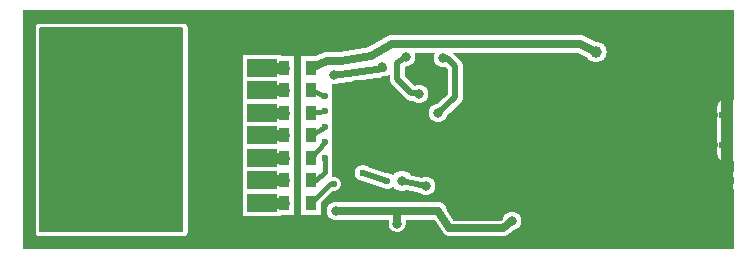
<source format=gbr>
%FSLAX34Y34*%
%MOMM*%
%LNCOPPER_BOTTOM*%
G71*
G01*
%ADD10R,3.300X2.300*%
%ADD11C,1.600*%
%ADD12C,1.300*%
%ADD13C,1.400*%
%ADD14C,1.400*%
%ADD15C,1.800*%
%ADD16C,1.500*%
%ADD17C,1.400*%
%ADD18R,1.700X2.000*%
%ADD19C,1.200*%
%ADD20C,1.700*%
%ADD21C,0.500*%
%ADD22C,0.950*%
%ADD23C,0.100*%
%ADD24C,1.800*%
%ADD25R,2.500X1.500*%
%ADD26C,0.600*%
%ADD27C,0.800*%
%ADD28C,0.600*%
%ADD29C,1.000*%
%ADD30C,0.700*%
%ADD31R,0.900X1.200*%
%ADD32R,0.600X2.200*%
%ADD33C,0.400*%
%ADD34C,0.900*%
%ADD35C,1.000*%
%ADD36C,0.150*%
%LPD*%
G36*
X0Y1000000D02*
X602000Y1000000D01*
X602000Y798000D01*
X0Y798000D01*
X0Y1000000D01*
G37*
%LPC*%
X202612Y837200D02*
G54D10*
D03*
X202612Y856250D02*
G54D10*
D03*
X202612Y875300D02*
G54D10*
D03*
X202612Y894350D02*
G54D10*
D03*
X202612Y913400D02*
G54D10*
D03*
X202612Y951500D02*
G54D10*
D03*
X202612Y932450D02*
G54D10*
D03*
X351936Y913151D02*
G54D11*
D03*
G54D12*
X352000Y913000D02*
X366000Y927000D01*
X366000Y953000D01*
X359025Y959975D01*
X355595Y959975D01*
X335336Y929251D02*
G54D11*
D03*
G54D12*
X335936Y929151D02*
X328849Y930151D01*
X317000Y942000D01*
X317000Y955183D01*
X322589Y960030D01*
X324478Y960004D01*
X324507Y959975D01*
X308807Y855475D02*
G54D13*
D03*
X287807Y862475D02*
G54D13*
D03*
G54D12*
X287807Y862475D02*
X308807Y855475D01*
G54D14*
X263007Y945675D02*
X305007Y951675D01*
G54D12*
X320907Y855275D02*
X341707Y851775D01*
X485584Y964427D02*
G54D15*
D03*
G54D16*
X485584Y964427D02*
X472073Y971588D01*
X338238Y971588D01*
G54D16*
X338238Y971588D02*
X312588Y971588D01*
X295110Y961332D01*
X269548Y957342D01*
X257226Y957346D01*
X244256Y951658D01*
X324351Y960364D02*
G54D11*
D03*
X355953Y960148D02*
G54D11*
D03*
X263171Y945653D02*
G54D11*
D03*
X413936Y822151D02*
G54D11*
D03*
X316936Y819151D02*
G54D17*
D03*
X265111Y830151D02*
G54D11*
D03*
G54D16*
X265175Y830000D02*
X352000Y830000D01*
G54D12*
X352000Y830000D02*
X361000Y816000D01*
X407000Y816000D01*
X413936Y822151D01*
G54D12*
X316936Y819151D02*
X316900Y827300D01*
X221256Y837041D02*
G54D18*
D03*
X244256Y837041D02*
G54D18*
D03*
X221256Y856091D02*
G54D18*
D03*
X244256Y856091D02*
G54D18*
D03*
X221256Y875141D02*
G54D18*
D03*
X244256Y875141D02*
G54D18*
D03*
X221256Y894191D02*
G54D18*
D03*
X244256Y894191D02*
G54D18*
D03*
X221256Y913241D02*
G54D18*
D03*
X244256Y913241D02*
G54D18*
D03*
X221256Y932291D02*
G54D18*
D03*
X244256Y932291D02*
G54D18*
D03*
G54D19*
X244256Y837041D02*
X260535Y852916D01*
X263744Y852950D01*
G54D19*
X244256Y856091D02*
X248491Y856091D01*
X255807Y863407D01*
X255807Y875475D01*
G54D19*
X244256Y875141D02*
X255807Y888475D01*
G54D19*
X244256Y894191D02*
X255807Y901475D01*
G54D19*
X244256Y913241D02*
X255807Y914475D01*
G54D19*
X244256Y932291D02*
X255807Y927475D01*
G54D20*
X221256Y932291D02*
X202612Y932450D01*
G54D20*
X221256Y913241D02*
X202612Y913400D01*
G54D20*
X221256Y894191D02*
X202612Y894350D01*
G54D20*
X221256Y875141D02*
X202612Y875300D01*
G54D20*
X202612Y856250D02*
X221256Y856091D01*
G54D20*
X221256Y837041D02*
X202612Y837200D01*
X221256Y951658D02*
G54D18*
D03*
X244256Y951658D02*
G54D18*
D03*
G54D20*
X221256Y951658D02*
X202612Y951500D01*
X214131Y951402D02*
G54D11*
D03*
G36*
X302000Y948000D02*
X321000Y948000D01*
X321000Y965000D01*
X299000Y965000D01*
X299000Y955000D01*
X302000Y948000D01*
G37*
G54D21*
X302000Y948000D02*
X321000Y948000D01*
X321000Y965000D01*
X299000Y965000D01*
X299000Y955000D01*
X302000Y948000D01*
G36*
X259000Y857000D02*
X259000Y950000D01*
X244256Y950000D01*
X244256Y951658D01*
X249000Y951658D01*
X249000Y850000D01*
X259000Y857000D01*
G37*
G54D21*
X259000Y857000D02*
X259000Y950000D01*
X244256Y950000D01*
X244256Y951658D01*
X249000Y951658D01*
X249000Y850000D01*
X259000Y857000D01*
X320907Y855275D02*
G54D15*
D03*
X341707Y851775D02*
G54D11*
D03*
G36*
X15000Y813000D02*
X15000Y985000D01*
X135000Y985000D01*
X135000Y813000D01*
X15000Y813000D01*
G37*
G54D22*
X15000Y813000D02*
X15000Y985000D01*
X135000Y985000D01*
X135000Y813000D01*
X15000Y813000D01*
G36*
X601000Y859000D02*
X601000Y859000D01*
X601000Y854000D01*
X601000Y854000D01*
X601000Y859000D01*
G37*
G54D22*
X601000Y859000D02*
X601000Y859000D01*
X601000Y854000D01*
X601000Y854000D01*
X601000Y859000D01*
G36*
X323461Y818905D02*
X310441Y818905D01*
X310441Y824835D01*
X323461Y824835D01*
X323461Y818905D01*
G37*
G54D23*
X323461Y818905D02*
X310441Y818905D01*
X310441Y824835D01*
X323461Y824835D01*
X323461Y818905D01*
G54D24*
X596006Y917651D02*
X596006Y880221D01*
X595964Y880221D01*
%LPD*%
X202612Y837200D02*
G54D25*
D03*
X202612Y856250D02*
G54D25*
D03*
X202612Y875300D02*
G54D25*
D03*
X202612Y894350D02*
G54D25*
D03*
X202612Y913400D02*
G54D25*
D03*
X202612Y951500D02*
G54D25*
D03*
X202612Y970550D02*
G54D25*
D03*
X202612Y932450D02*
G54D25*
D03*
X313419Y894995D02*
G54D26*
D03*
X319419Y894995D02*
G54D26*
D03*
X325419Y894995D02*
G54D26*
D03*
X331419Y894995D02*
G54D26*
D03*
X313419Y888995D02*
G54D26*
D03*
X319419Y888995D02*
G54D26*
D03*
X325419Y888995D02*
G54D26*
D03*
X331419Y888995D02*
G54D26*
D03*
X313419Y882995D02*
G54D26*
D03*
X319419Y882995D02*
G54D26*
D03*
X325419Y882995D02*
G54D26*
D03*
X331419Y882995D02*
G54D26*
D03*
X313419Y876995D02*
G54D26*
D03*
X319419Y876995D02*
G54D26*
D03*
X325419Y876995D02*
G54D26*
D03*
X331419Y876995D02*
G54D26*
D03*
X326807Y948475D02*
G54D26*
D03*
X332807Y948475D02*
G54D26*
D03*
X338807Y948475D02*
G54D26*
D03*
X344807Y948475D02*
G54D26*
D03*
X350807Y948475D02*
G54D26*
D03*
X356807Y948475D02*
G54D26*
D03*
X351936Y913151D02*
G54D27*
D03*
G54D21*
X352000Y913000D02*
X366000Y927000D01*
X366000Y953000D01*
X359025Y959975D01*
X355595Y959975D01*
X335336Y929251D02*
G54D27*
D03*
G54D21*
X335936Y929151D02*
X328849Y930151D01*
X317000Y942000D01*
X317000Y955183D01*
X322589Y960030D01*
X324478Y960004D01*
X324507Y959975D01*
X372463Y960753D02*
G54D26*
D03*
X308807Y855475D02*
G54D26*
D03*
X287807Y862475D02*
G54D26*
D03*
G54D21*
X287807Y862475D02*
X308807Y855475D01*
X263744Y852950D02*
G54D26*
D03*
X255807Y875475D02*
G54D26*
D03*
X255807Y888475D02*
G54D26*
D03*
X255807Y901475D02*
G54D26*
D03*
X255807Y914475D02*
G54D26*
D03*
X255807Y927475D02*
G54D26*
D03*
X351807Y881475D02*
G54D26*
D03*
X351807Y875475D02*
G54D26*
D03*
G54D28*
X263007Y945675D02*
X305007Y951675D01*
X288807Y819475D02*
G54D26*
D03*
X294807Y819475D02*
G54D26*
D03*
X300807Y819475D02*
G54D26*
D03*
X306807Y819475D02*
G54D26*
D03*
X333406Y819464D02*
G54D26*
D03*
X327406Y819464D02*
G54D26*
D03*
G54D21*
X320907Y855275D02*
X341707Y851775D01*
X370407Y825475D02*
G54D26*
D03*
X376407Y825475D02*
G54D26*
D03*
X382407Y825475D02*
G54D26*
D03*
X388407Y825475D02*
G54D26*
D03*
X347507Y815975D02*
G54D26*
D03*
X282722Y938358D02*
G54D26*
D03*
X263807Y989475D02*
G54D26*
D03*
X263807Y995475D02*
G54D26*
D03*
X289107Y995475D02*
G54D26*
D03*
X289107Y971475D02*
G54D26*
D03*
X292807Y926475D02*
G54D26*
D03*
X297807Y921475D02*
G54D26*
D03*
X302807Y916475D02*
G54D26*
D03*
X494507Y834975D02*
G54D26*
D03*
X508507Y851175D02*
G54D26*
D03*
X508507Y837975D02*
G54D26*
D03*
X508507Y844775D02*
G54D26*
D03*
X448027Y886044D02*
G54D26*
D03*
X442027Y886044D02*
G54D26*
D03*
X436027Y886044D02*
G54D26*
D03*
X430027Y886044D02*
G54D26*
D03*
X424027Y886044D02*
G54D26*
D03*
X418027Y886044D02*
G54D26*
D03*
X412027Y886044D02*
G54D26*
D03*
X448027Y915044D02*
G54D26*
D03*
X448027Y907044D02*
G54D26*
D03*
X448027Y900044D02*
G54D26*
D03*
X448027Y893044D02*
G54D26*
D03*
X412027Y893044D02*
G54D26*
D03*
X412027Y900044D02*
G54D26*
D03*
X412027Y907044D02*
G54D26*
D03*
X412027Y915044D02*
G54D26*
D03*
X439027Y915044D02*
G54D26*
D03*
X430027Y915044D02*
G54D26*
D03*
X421027Y915044D02*
G54D26*
D03*
X430027Y922044D02*
G54D26*
D03*
X430000Y930000D02*
G54D26*
D03*
X435827Y951044D02*
G54D26*
D03*
X429827Y951044D02*
G54D26*
D03*
X423827Y951044D02*
G54D26*
D03*
X432794Y956264D02*
G54D26*
D03*
X426806Y956164D02*
G54D26*
D03*
X428934Y855085D02*
G54D26*
D03*
X403107Y863475D02*
G54D26*
D03*
X403107Y870175D02*
G54D26*
D03*
X403107Y877675D02*
G54D26*
D03*
X360507Y875275D02*
G54D26*
D03*
X369507Y875375D02*
G54D26*
D03*
X378507Y875375D02*
G54D26*
D03*
X387507Y875375D02*
G54D26*
D03*
X395507Y875375D02*
G54D26*
D03*
X360507Y881975D02*
G54D26*
D03*
X369507Y881975D02*
G54D26*
D03*
X378507Y881975D02*
G54D26*
D03*
X386607Y882675D02*
G54D26*
D03*
X395507Y881975D02*
G54D26*
D03*
X392007Y888475D02*
G54D26*
D03*
X397707Y894175D02*
G54D26*
D03*
X403507Y900175D02*
G54D26*
D03*
X403107Y884975D02*
G54D26*
D03*
X459884Y878965D02*
G54D26*
D03*
X459884Y886688D02*
G54D26*
D03*
X459884Y900975D02*
G54D26*
D03*
X459884Y914975D02*
G54D26*
D03*
X457107Y927875D02*
G54D26*
D03*
X449607Y925475D02*
G54D26*
D03*
X440607Y925475D02*
G54D26*
D03*
X419607Y925475D02*
G54D26*
D03*
X411607Y925475D02*
G54D26*
D03*
X486556Y859524D02*
G54D26*
D03*
X486556Y865524D02*
G54D26*
D03*
X486556Y871524D02*
G54D26*
D03*
X486556Y877524D02*
G54D26*
D03*
X486556Y883524D02*
G54D26*
D03*
X486556Y889524D02*
G54D26*
D03*
X486556Y895524D02*
G54D26*
D03*
X515556Y859524D02*
G54D26*
D03*
X507556Y859524D02*
G54D26*
D03*
X500556Y859524D02*
G54D26*
D03*
X493556Y859524D02*
G54D26*
D03*
X493556Y895524D02*
G54D26*
D03*
X500556Y895524D02*
G54D26*
D03*
X507556Y895524D02*
G54D26*
D03*
X515556Y895525D02*
G54D26*
D03*
X515556Y868524D02*
G54D26*
D03*
X515556Y877524D02*
G54D26*
D03*
X515556Y886524D02*
G54D26*
D03*
X522901Y877928D02*
G54D26*
D03*
X530166Y877954D02*
G54D26*
D03*
X553761Y876679D02*
G54D26*
D03*
X554078Y883803D02*
G54D26*
D03*
X559742Y878228D02*
G54D26*
D03*
X560606Y884292D02*
G54D26*
D03*
X394507Y826475D02*
G54D26*
D03*
X400507Y827475D02*
G54D26*
D03*
X485000Y909000D02*
G54D26*
D03*
X485000Y918000D02*
G54D26*
D03*
X485000Y927000D02*
G54D26*
D03*
X505362Y941636D02*
G54D26*
D03*
X509419Y958881D02*
G54D26*
D03*
X484702Y945688D02*
G54D26*
D03*
X510504Y965081D02*
G54D26*
D03*
X496138Y958269D02*
G54D26*
D03*
X497683Y964329D02*
G54D26*
D03*
X472671Y946176D02*
G54D26*
D03*
X491496Y953716D02*
G54D26*
D03*
X485270Y952370D02*
G54D26*
D03*
X468651Y952392D02*
G54D26*
D03*
X477725Y951757D02*
G54D26*
D03*
X479281Y941913D02*
G54D26*
D03*
X485000Y935000D02*
G54D26*
D03*
X499000Y930000D02*
G54D26*
D03*
X508763Y946784D02*
G54D26*
D03*
X439720Y959237D02*
G54D26*
D03*
X415507Y957236D02*
G54D26*
D03*
X391580Y957289D02*
G54D26*
D03*
X499000Y922000D02*
G54D26*
D03*
X499000Y914000D02*
G54D26*
D03*
X499000Y938000D02*
G54D26*
D03*
X503951Y965247D02*
G54D26*
D03*
X509257Y952858D02*
G54D26*
D03*
X444109Y953450D02*
G54D26*
D03*
X380940Y957290D02*
G54D26*
D03*
X485584Y964427D02*
G54D29*
D03*
G54D30*
X485584Y964427D02*
X472073Y971588D01*
X338238Y971588D01*
G54D30*
X338238Y971588D02*
X312588Y971588D01*
X295110Y961332D01*
X269548Y957342D01*
X257226Y957346D01*
X244256Y951658D01*
X263807Y983475D02*
G54D26*
D03*
X263807Y977475D02*
G54D26*
D03*
X263807Y971475D02*
G54D26*
D03*
X289107Y989475D02*
G54D26*
D03*
X289107Y983475D02*
G54D26*
D03*
X289107Y977475D02*
G54D26*
D03*
X526661Y899099D02*
G54D26*
D03*
X526661Y887099D02*
G54D26*
D03*
X526960Y868522D02*
G54D26*
D03*
X526661Y861099D02*
G54D26*
D03*
X459884Y922099D02*
G54D26*
D03*
X459884Y908099D02*
G54D26*
D03*
X459884Y893914D02*
G54D26*
D03*
X452323Y878737D02*
G54D26*
D03*
X324351Y960364D02*
G54D27*
D03*
X355953Y960148D02*
G54D27*
D03*
X304336Y952251D02*
G54D27*
D03*
X263171Y945653D02*
G54D27*
D03*
X307104Y941850D02*
G54D26*
D03*
X413936Y822151D02*
G54D27*
D03*
X316936Y819151D02*
G54D27*
D03*
X265111Y830151D02*
G54D27*
D03*
G54D30*
X265175Y830000D02*
X352000Y830000D01*
G54D30*
X352000Y830000D02*
X361000Y816000D01*
X407000Y816000D01*
X413936Y822151D01*
G54D30*
X316936Y819151D02*
X316900Y827300D01*
X221256Y837041D02*
G54D31*
D03*
X244256Y837041D02*
G54D31*
D03*
X232756Y837041D02*
G54D32*
D03*
X221256Y856091D02*
G54D31*
D03*
X244256Y856091D02*
G54D31*
D03*
X232756Y856091D02*
G54D32*
D03*
X221256Y875141D02*
G54D31*
D03*
X244256Y875141D02*
G54D31*
D03*
X232756Y875141D02*
G54D32*
D03*
X221256Y894191D02*
G54D31*
D03*
X244256Y894191D02*
G54D31*
D03*
X232756Y894191D02*
G54D32*
D03*
X221256Y913241D02*
G54D31*
D03*
X244256Y913241D02*
G54D31*
D03*
X232756Y913241D02*
G54D32*
D03*
X221256Y932291D02*
G54D31*
D03*
X244256Y932291D02*
G54D31*
D03*
X232756Y932291D02*
G54D32*
D03*
G54D33*
X244256Y837041D02*
X260535Y852916D01*
X263744Y852950D01*
G54D33*
X244256Y856091D02*
X248491Y856091D01*
X255807Y863407D01*
X255807Y875475D01*
G54D33*
X244256Y875141D02*
X255807Y888475D01*
G54D33*
X244256Y894191D02*
X255807Y901475D01*
G54D33*
X244256Y913241D02*
X255807Y914475D01*
G54D33*
X244256Y932291D02*
X255807Y927475D01*
X232707Y965648D02*
G54D26*
D03*
X232756Y841803D02*
G54D26*
D03*
X232801Y852189D02*
G54D26*
D03*
X232756Y862441D02*
G54D26*
D03*
X232801Y872827D02*
G54D26*
D03*
X232756Y883078D02*
G54D26*
D03*
X232801Y893464D02*
G54D26*
D03*
X232756Y903716D02*
G54D26*
D03*
X232801Y914102D02*
G54D26*
D03*
X232756Y923553D02*
G54D26*
D03*
X232847Y821300D02*
G54D26*
D03*
X232801Y831552D02*
G54D26*
D03*
X220056Y965628D02*
G54D26*
D03*
X226406Y965628D02*
G54D26*
D03*
G54D34*
X221256Y932291D02*
X202612Y932450D01*
G54D34*
X221256Y913241D02*
X202612Y913400D01*
G54D34*
X221256Y894191D02*
X202612Y894350D01*
G54D34*
X221256Y875141D02*
X202612Y875300D01*
G54D34*
X202612Y856250D02*
X221256Y856091D01*
G54D34*
X221256Y837041D02*
X202612Y837200D01*
X221256Y951658D02*
G54D31*
D03*
X244256Y951658D02*
G54D31*
D03*
X232756Y951658D02*
G54D32*
D03*
X232753Y955555D02*
G54D26*
D03*
G54D34*
X221256Y951658D02*
X202612Y951500D01*
X232707Y971998D02*
G54D26*
D03*
X220056Y971978D02*
G54D26*
D03*
X226406Y971978D02*
G54D26*
D03*
X232707Y978348D02*
G54D26*
D03*
X220056Y978328D02*
G54D26*
D03*
X226406Y978328D02*
G54D26*
D03*
X232707Y947698D02*
G54D26*
D03*
X597969Y886310D02*
G54D26*
D03*
X573969Y886310D02*
G54D26*
D03*
X591969Y886310D02*
G54D26*
D03*
X585969Y886310D02*
G54D26*
D03*
X579969Y886310D02*
G54D26*
D03*
X597969Y911879D02*
G54D26*
D03*
X573969Y911879D02*
G54D26*
D03*
X591969Y911879D02*
G54D26*
D03*
X585969Y911879D02*
G54D26*
D03*
X579969Y911879D02*
G54D26*
D03*
X524124Y854359D02*
G54D26*
D03*
X519778Y849230D02*
G54D26*
D03*
X514961Y844049D02*
G54D26*
D03*
X214131Y951402D02*
G54D27*
D03*
X301000Y994000D02*
G54D26*
D03*
X311000Y994000D02*
G54D26*
D03*
X321000Y994000D02*
G54D26*
D03*
X331000Y994000D02*
G54D26*
D03*
X341000Y994000D02*
G54D26*
D03*
X351000Y994000D02*
G54D26*
D03*
X361000Y994000D02*
G54D26*
D03*
X371000Y994000D02*
G54D26*
D03*
X381000Y994000D02*
G54D26*
D03*
X391000Y994000D02*
G54D26*
D03*
X401000Y994000D02*
G54D26*
D03*
X411000Y994000D02*
G54D26*
D03*
X421000Y994000D02*
G54D26*
D03*
X431000Y994000D02*
G54D26*
D03*
X441000Y994000D02*
G54D26*
D03*
X451000Y994000D02*
G54D26*
D03*
X461000Y994000D02*
G54D26*
D03*
X471000Y994000D02*
G54D26*
D03*
X481000Y994000D02*
G54D26*
D03*
X491500Y994000D02*
G54D26*
D03*
X501300Y993900D02*
G54D26*
D03*
X511000Y994000D02*
G54D26*
D03*
X521000Y994000D02*
G54D26*
D03*
X531000Y994000D02*
G54D26*
D03*
X541000Y994000D02*
G54D26*
D03*
X551000Y994000D02*
G54D26*
D03*
X561000Y994000D02*
G54D26*
D03*
X571000Y994000D02*
G54D26*
D03*
X581000Y994000D02*
G54D26*
D03*
X591000Y994000D02*
G54D26*
D03*
X596000Y985000D02*
G54D26*
D03*
X596000Y975000D02*
G54D26*
D03*
X596000Y965000D02*
G54D26*
D03*
X596000Y955000D02*
G54D26*
D03*
X596000Y945000D02*
G54D26*
D03*
X596000Y935000D02*
G54D26*
D03*
X541000Y804000D02*
G54D26*
D03*
X551000Y804000D02*
G54D26*
D03*
X561000Y804000D02*
G54D26*
D03*
X571000Y804000D02*
G54D26*
D03*
X581000Y804000D02*
G54D26*
D03*
X591000Y804000D02*
G54D26*
D03*
X596000Y864000D02*
G54D26*
D03*
X596000Y854000D02*
G54D26*
D03*
X596000Y844000D02*
G54D26*
D03*
X596000Y834000D02*
G54D26*
D03*
X596000Y824000D02*
G54D26*
D03*
X596000Y814000D02*
G54D26*
D03*
X481000Y804000D02*
G54D26*
D03*
X491000Y804000D02*
G54D26*
D03*
X501000Y804000D02*
G54D26*
D03*
X511000Y804000D02*
G54D26*
D03*
X521000Y804000D02*
G54D26*
D03*
X531000Y804000D02*
G54D26*
D03*
X421000Y804000D02*
G54D26*
D03*
X431000Y804000D02*
G54D26*
D03*
X441000Y804000D02*
G54D26*
D03*
X451000Y804000D02*
G54D26*
D03*
X461000Y804000D02*
G54D26*
D03*
X471000Y804000D02*
G54D26*
D03*
X361000Y804000D02*
G54D26*
D03*
X371000Y804000D02*
G54D26*
D03*
X381000Y804000D02*
G54D26*
D03*
X391000Y804000D02*
G54D26*
D03*
X401000Y804000D02*
G54D26*
D03*
X411000Y804000D02*
G54D26*
D03*
X301000Y804000D02*
G54D26*
D03*
X311000Y804000D02*
G54D26*
D03*
X321000Y804000D02*
G54D26*
D03*
X331000Y804000D02*
G54D26*
D03*
X341000Y804000D02*
G54D26*
D03*
X351000Y804000D02*
G54D26*
D03*
X241000Y804000D02*
G54D26*
D03*
X251000Y804000D02*
G54D26*
D03*
X261000Y804000D02*
G54D26*
D03*
X271000Y804000D02*
G54D26*
D03*
X281000Y804000D02*
G54D26*
D03*
X291000Y804000D02*
G54D26*
D03*
X181000Y804000D02*
G54D26*
D03*
X191000Y804000D02*
G54D26*
D03*
X201000Y804000D02*
G54D26*
D03*
X211000Y804000D02*
G54D26*
D03*
X221000Y804000D02*
G54D26*
D03*
X231000Y804000D02*
G54D26*
D03*
X121000Y804000D02*
G54D26*
D03*
X131000Y804000D02*
G54D26*
D03*
X141000Y804000D02*
G54D26*
D03*
X151000Y804000D02*
G54D26*
D03*
X161000Y804000D02*
G54D26*
D03*
X171000Y804000D02*
G54D26*
D03*
X61000Y804000D02*
G54D26*
D03*
X71000Y804000D02*
G54D26*
D03*
X81000Y804000D02*
G54D26*
D03*
X91000Y804000D02*
G54D26*
D03*
X101000Y804000D02*
G54D26*
D03*
X111000Y804000D02*
G54D26*
D03*
X61000Y993900D02*
G54D26*
D03*
X71000Y993900D02*
G54D26*
D03*
X81000Y993900D02*
G54D26*
D03*
X91000Y993900D02*
G54D26*
D03*
X101000Y993900D02*
G54D26*
D03*
X111000Y993900D02*
G54D26*
D03*
X121000Y993900D02*
G54D26*
D03*
X131000Y993900D02*
G54D26*
D03*
X141000Y993900D02*
G54D26*
D03*
X151000Y993900D02*
G54D26*
D03*
X161000Y993900D02*
G54D26*
D03*
X171000Y993900D02*
G54D26*
D03*
X181000Y993900D02*
G54D26*
D03*
X191000Y993900D02*
G54D26*
D03*
X201000Y993900D02*
G54D26*
D03*
X211000Y993900D02*
G54D26*
D03*
X221000Y993900D02*
G54D26*
D03*
X231000Y993900D02*
G54D26*
D03*
X241000Y993900D02*
G54D26*
D03*
X251000Y993900D02*
G54D26*
D03*
X41000Y993900D02*
G54D26*
D03*
X51000Y993900D02*
G54D26*
D03*
X21000Y993900D02*
G54D26*
D03*
X31000Y993900D02*
G54D26*
D03*
X41000Y804000D02*
G54D26*
D03*
X51000Y804000D02*
G54D26*
D03*
X21000Y804000D02*
G54D26*
D03*
X31000Y804000D02*
G54D26*
D03*
X11000Y804000D02*
G54D26*
D03*
X11000Y993900D02*
G54D26*
D03*
X6200Y874000D02*
G54D26*
D03*
X6200Y864000D02*
G54D26*
D03*
X6200Y854000D02*
G54D26*
D03*
X6200Y844000D02*
G54D26*
D03*
X6200Y834000D02*
G54D26*
D03*
X6200Y824000D02*
G54D26*
D03*
X6200Y934000D02*
G54D26*
D03*
X6200Y924000D02*
G54D26*
D03*
X6200Y914000D02*
G54D26*
D03*
X6200Y904000D02*
G54D26*
D03*
X6200Y894000D02*
G54D26*
D03*
X6200Y884000D02*
G54D26*
D03*
X6200Y954000D02*
G54D26*
D03*
X6200Y944000D02*
G54D26*
D03*
X6200Y974000D02*
G54D26*
D03*
X6200Y964000D02*
G54D26*
D03*
X6200Y984000D02*
G54D26*
D03*
X6200Y814000D02*
G54D26*
D03*
X596000Y926400D02*
G54D26*
D03*
X596000Y872000D02*
G54D26*
D03*
X595964Y879821D02*
G54D26*
D03*
X596006Y918651D02*
G54D26*
D03*
X567661Y886309D02*
G54D26*
D03*
X566896Y913495D02*
G54D26*
D03*
X558661Y914544D02*
G54D26*
D03*
X558661Y923099D02*
G54D26*
D03*
X558661Y932099D02*
G54D26*
D03*
X556000Y946000D02*
G54D26*
D03*
X556000Y954000D02*
G54D26*
D03*
X556000Y963000D02*
G54D26*
D03*
X556000Y971000D02*
G54D26*
D03*
X555000Y980000D02*
G54D26*
D03*
X549957Y985384D02*
G54D26*
D03*
X568661Y983099D02*
G54D26*
D03*
X583661Y971099D02*
G54D26*
D03*
X566661Y958099D02*
G54D26*
D03*
X581000Y946000D02*
G54D26*
D03*
X568661Y934099D02*
G54D26*
D03*
X581661Y924099D02*
G54D26*
D03*
X559548Y871895D02*
G54D26*
D03*
X582661Y876099D02*
G54D26*
D03*
X580661Y860099D02*
G54D26*
D03*
X562661Y860099D02*
G54D26*
D03*
X579661Y833099D02*
G54D26*
D03*
X567661Y844099D02*
G54D26*
D03*
X554661Y841099D02*
G54D26*
D03*
X563661Y824099D02*
G54D26*
D03*
X578661Y816099D02*
G54D26*
D03*
X550661Y813099D02*
G54D26*
D03*
X546661Y826099D02*
G54D26*
D03*
X535389Y813103D02*
G54D26*
D03*
X522101Y813539D02*
G54D26*
D03*
X527829Y819732D02*
G54D26*
D03*
X535661Y828099D02*
G54D26*
D03*
X543661Y836099D02*
G54D26*
D03*
X548661Y844099D02*
G54D26*
D03*
X552547Y851417D02*
G54D26*
D03*
X553661Y861099D02*
G54D26*
D03*
X553661Y869099D02*
G54D26*
D03*
X513986Y809377D02*
G54D26*
D03*
X505661Y809377D02*
G54D26*
D03*
X495661Y809377D02*
G54D26*
D03*
X485661Y809377D02*
G54D26*
D03*
X475661Y809377D02*
G54D26*
D03*
X465661Y809377D02*
G54D26*
D03*
X455661Y810099D02*
G54D26*
D03*
X501661Y835099D02*
G54D26*
D03*
X339661Y815099D02*
G54D26*
D03*
X281661Y815099D02*
G54D26*
D03*
X273661Y815099D02*
G54D26*
D03*
X307661Y811099D02*
G54D26*
D03*
X325661Y810099D02*
G54D26*
D03*
X265661Y816099D02*
G54D26*
D03*
X259661Y819099D02*
G54D26*
D03*
X445661Y810099D02*
G54D26*
D03*
X435661Y810099D02*
G54D26*
D03*
X425661Y810099D02*
G54D26*
D03*
X415661Y810099D02*
G54D26*
D03*
X156107Y982433D02*
G54D26*
D03*
X143456Y982413D02*
G54D26*
D03*
X149806Y982413D02*
G54D26*
D03*
X162276Y982423D02*
G54D26*
D03*
X168457Y982423D02*
G54D26*
D03*
X192600Y985700D02*
G54D26*
D03*
X199000Y982000D02*
G54D26*
D03*
X205000Y982000D02*
G54D26*
D03*
X211000Y982000D02*
G54D26*
D03*
X217100Y984000D02*
G54D26*
D03*
X403189Y957289D02*
G54D26*
D03*
X298661Y976099D02*
G54D26*
D03*
X306661Y981099D02*
G54D26*
D03*
X315661Y983099D02*
G54D26*
D03*
X324661Y983099D02*
G54D26*
D03*
X334661Y983099D02*
G54D26*
D03*
X344661Y983099D02*
G54D26*
D03*
X354661Y983099D02*
G54D26*
D03*
X364661Y983099D02*
G54D26*
D03*
X373661Y983099D02*
G54D26*
D03*
X242818Y964751D02*
G54D26*
D03*
X257769Y968020D02*
G54D26*
D03*
X247661Y979099D02*
G54D26*
D03*
X320907Y855275D02*
G54D27*
D03*
X341707Y851775D02*
G54D27*
D03*
G54D35*
X6000Y804000D02*
X596000Y804000D01*
G36*
X6000Y809000D02*
X6000Y799000D01*
X1000Y799000D01*
X1000Y809000D01*
X6000Y809000D01*
G37*
G36*
X596000Y799000D02*
X596000Y809000D01*
X601000Y809000D01*
X601000Y799000D01*
X596000Y799000D01*
G37*
G54D35*
X6000Y994000D02*
X256000Y994000D01*
G36*
X6000Y999000D02*
X6000Y989000D01*
X1000Y989000D01*
X1000Y999000D01*
X6000Y999000D01*
G37*
G36*
X256000Y989000D02*
X256000Y999000D01*
X261000Y999000D01*
X261000Y989000D01*
X256000Y989000D01*
G37*
G54D35*
X297000Y994000D02*
X596000Y994000D01*
G36*
X297000Y999000D02*
X297000Y989000D01*
X292000Y989000D01*
X292000Y999000D01*
X297000Y999000D01*
G37*
G36*
X596000Y989000D02*
X596000Y999000D01*
X601000Y999000D01*
X601000Y989000D01*
X596000Y989000D01*
G37*
G54D35*
X6000Y984000D02*
X6000Y814000D01*
G36*
X11000Y984000D02*
X1000Y984000D01*
X1001Y989000D01*
X11001Y989000D01*
X11000Y984000D01*
G37*
G36*
X1000Y814000D02*
X11000Y814000D01*
X11000Y809000D01*
X1000Y809000D01*
X1000Y814000D01*
G37*
G54D35*
X596000Y985000D02*
X596000Y920000D01*
G36*
X601000Y985000D02*
X591000Y985000D01*
X591000Y990000D01*
X601000Y990000D01*
X601000Y985000D01*
G37*
G36*
X591000Y920000D02*
X601000Y920000D01*
X601000Y915000D01*
X591000Y915000D01*
X591000Y920000D01*
G37*
G54D35*
X596000Y878000D02*
X596000Y804000D01*
G36*
X601000Y878000D02*
X591000Y878000D01*
X591000Y883000D01*
X601000Y883000D01*
X601000Y878000D01*
G37*
G36*
X591000Y804000D02*
X601000Y804000D01*
X601000Y799000D01*
X591000Y799000D01*
X591000Y804000D01*
G37*
X499000Y906000D02*
G54D26*
D03*
X491451Y904064D02*
G54D26*
D03*
X246661Y822099D02*
G54D26*
D03*
X220661Y822499D02*
G54D26*
D03*
X210661Y822499D02*
G54D26*
D03*
X198661Y822499D02*
G54D26*
D03*
X187661Y822499D02*
G54D26*
D03*
X175661Y823099D02*
G54D26*
D03*
X164661Y823099D02*
G54D26*
D03*
X155661Y823099D02*
G54D26*
D03*
X155661Y814099D02*
G54D26*
D03*
X170661Y814099D02*
G54D26*
D03*
X184661Y814099D02*
G54D26*
D03*
X197661Y814099D02*
G54D26*
D03*
X210661Y814099D02*
G54D26*
D03*
X223661Y814099D02*
G54D26*
D03*
X239661Y814099D02*
G54D26*
D03*
X253661Y814099D02*
G54D26*
D03*
X250659Y966144D02*
G54D26*
D03*
X176461Y985751D02*
G54D26*
D03*
X184813Y985809D02*
G54D26*
D03*
G36*
X15000Y813000D02*
X15000Y985000D01*
X135000Y985000D01*
X135000Y813000D01*
X15000Y813000D01*
G37*
G54D36*
X15000Y813000D02*
X15000Y985000D01*
X135000Y985000D01*
X135000Y813000D01*
X15000Y813000D01*
X81000Y919000D02*
G54D26*
D03*
X81000Y909000D02*
G54D26*
D03*
X81000Y899000D02*
G54D26*
D03*
X81000Y889000D02*
G54D26*
D03*
X81000Y879000D02*
G54D26*
D03*
X81000Y869000D02*
G54D26*
D03*
X81000Y929000D02*
G54D26*
D03*
X81000Y939000D02*
G54D26*
D03*
X91000Y939000D02*
G54D26*
D03*
X101000Y939000D02*
G54D26*
D03*
X111000Y939000D02*
G54D26*
D03*
X121000Y939000D02*
G54D26*
D03*
X131000Y939000D02*
G54D26*
D03*
X91000Y869000D02*
G54D26*
D03*
X101000Y869000D02*
G54D26*
D03*
X111000Y869000D02*
G54D26*
D03*
X121000Y869000D02*
G54D26*
D03*
X131000Y869000D02*
G54D26*
D03*
X75572Y934000D02*
G54D26*
D03*
X75572Y924000D02*
G54D26*
D03*
X75498Y914001D02*
G54D26*
D03*
X75572Y904000D02*
G54D26*
D03*
X75572Y894000D02*
G54D26*
D03*
X75572Y884000D02*
G54D26*
D03*
X75572Y874000D02*
G54D26*
D03*
X86000Y864000D02*
G54D26*
D03*
X96000Y864000D02*
G54D26*
D03*
X106000Y864000D02*
G54D26*
D03*
X116000Y864000D02*
G54D26*
D03*
X126000Y864000D02*
G54D26*
D03*
X86000Y944000D02*
G54D26*
D03*
X96000Y944000D02*
G54D26*
D03*
X106000Y944000D02*
G54D26*
D03*
X116000Y944000D02*
G54D26*
D03*
X126000Y944000D02*
G54D26*
D03*
X71000Y929000D02*
G54D26*
D03*
X71000Y919000D02*
G54D26*
D03*
X71000Y909000D02*
G54D26*
D03*
X71000Y899000D02*
G54D26*
D03*
X71000Y889000D02*
G54D26*
D03*
X71000Y879000D02*
G54D26*
D03*
X21000Y979000D02*
G54D26*
D03*
X41000Y979000D02*
G54D26*
D03*
X61000Y979000D02*
G54D26*
D03*
X81000Y979000D02*
G54D26*
D03*
X101000Y979000D02*
G54D26*
D03*
X121000Y979000D02*
G54D26*
D03*
X131000Y959000D02*
G54D26*
D03*
X21000Y959000D02*
G54D26*
D03*
X21000Y939000D02*
G54D26*
D03*
X21000Y919000D02*
G54D26*
D03*
X21000Y899000D02*
G54D26*
D03*
X21000Y879000D02*
G54D26*
D03*
X21000Y859000D02*
G54D26*
D03*
X21000Y839000D02*
G54D26*
D03*
X21000Y819000D02*
G54D26*
D03*
X41000Y819000D02*
G54D26*
D03*
X61000Y819000D02*
G54D26*
D03*
X81000Y819000D02*
G54D26*
D03*
X101000Y819000D02*
G54D26*
D03*
X121000Y819000D02*
G54D26*
D03*
X131000Y839000D02*
G54D26*
D03*
G36*
X601000Y859000D02*
X601000Y859000D01*
X601000Y854000D01*
X601000Y854000D01*
X601000Y859000D01*
G37*
G54D36*
X601000Y859000D02*
X601000Y859000D01*
X601000Y854000D01*
X601000Y854000D01*
X601000Y859000D01*
G54D35*
X256000Y994000D02*
X297000Y994000D01*
G54D35*
X596006Y917651D02*
X596006Y880221D01*
X595964Y880221D01*
X428266Y985912D02*
G54D26*
D03*
M02*

</source>
